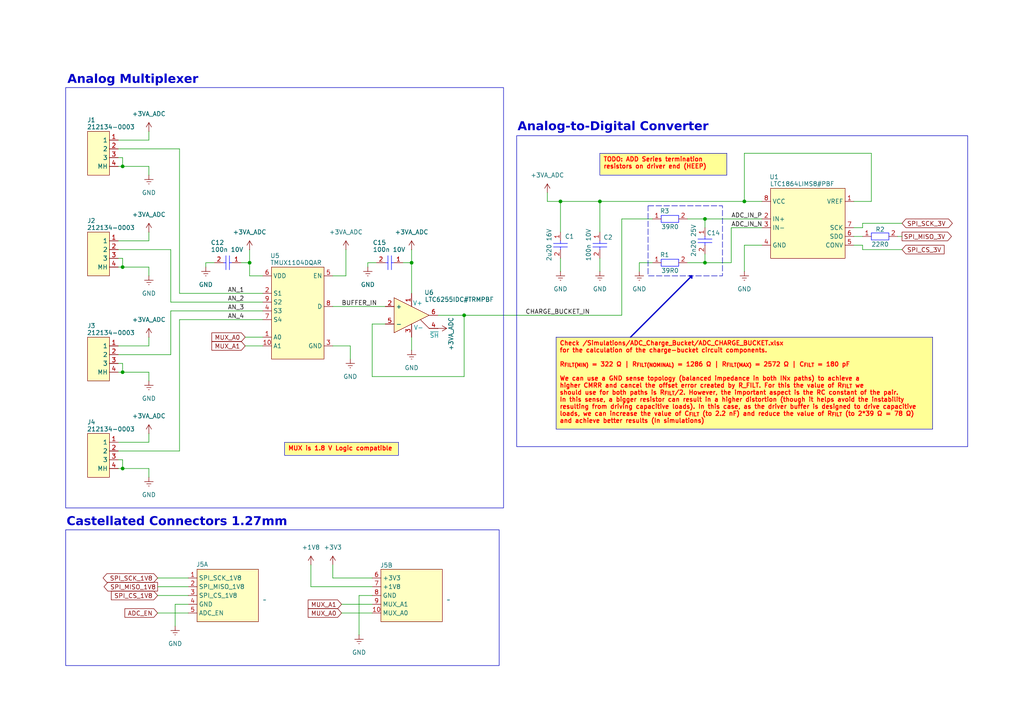
<source format=kicad_sch>
(kicad_sch (version 20231120) (generator "eeschema") (generator_version "8.0")
  (paper "A4")
  (title_block (title "[2] ADC & Multiplexer") (rev "1.0") (company "Embedded Systems Laboratory - EPFL") (comment 1 "Author: José Angel Miranda Calero") (comment 2 "Author: Juan Sapriza") (comment 3 "Author: Alejandro López Rodriguez"))
  (lib_symbols
    (symbol "X-MODs_SchLib:212134-0003"
      (property "Reference" "J" (at -0.254 3.302 0))
      (property "Value" " 212134-0003 " (at -1.27 1.27 0))
      (symbol "212134-0003_1_1"
        (rectangle (start 0 0) (end 6.35 -12.7) (stroke (width 0) (color 128 0 0 1)) (fill (type background)))
        (pin passive line (at -2.54 -2.54 0) (length 2.54) (name "1") (number "1"))
        (pin passive line (at -2.54 -5.08 0) (length 2.54) (name "2") (number "2"))
        (pin passive line (at -2.54 -7.62 0) (length 2.54) (name "3") (number "3"))
        (pin passive line (at -2.54 -10.16 0) (length 2.54) (name "MH") (number "4"))
      )
    )
    (symbol "X-MODs_SchLib:ADC_Board_Castellated_Conn_1.27mm" (in_bom no)
      (property "Reference" "J" (at 0.508 1.778 0))
      (symbol "ADC_Board_Castellated_Conn_1.27mm_1_1"
        (rectangle (start 0 0) (end 17.78 -15.24) (stroke (width 0) (color 128 0 0 1)) (fill (type background)))
        (pin passive line (at -2.54 -2.54 0) (length 2.54) (name "SPI_SCK_1V8") (number "1"))
        (pin passive line (at -2.54 -5.08 0) (length 2.54) (name "SPI_MISO_1V8") (number "2"))
        (pin passive line (at -2.54 -7.62 0) (length 2.54) (name "SPI_CS_1V8") (number "3"))
        (pin passive line (at -2.54 -10.16 0) (length 2.54) (name "GND") (number "4"))
        (pin passive line (at -2.54 -12.7 0) (length 2.54) (name "ADC_EN") (number "5"))
      )
      (symbol "ADC_Board_Castellated_Conn_1.27mm_2_1"
        (rectangle (start 0 0) (end 17.78 -15.24) (stroke (width 0) (color 128 0 0 1)) (fill (type background)))
        (pin passive line (at -2.54 -12.7 0) (length 2.54) (name "MUX_A0") (number "10"))
        (pin passive line (at -2.54 -2.54 0) (length 2.54) (name "+3V3") (number "6"))
        (pin passive line (at -2.54 -5.08 0) (length 2.54) (name "+1V8") (number "7"))
        (pin passive line (at -2.54 -7.62 0) (length 2.54) (name "GND") (number "8"))
        (pin passive line (at -2.54 -10.16 0) (length 2.54) (name "MUX_A1") (number "9"))
      )
    )
    (symbol "X-MODs_SchLib:C0402C222F3GACTU"
      (property "Reference" "C" (at -4.064 5.588 0))
      (property "Value" "2n20 25V" (at -4.064 3.302 0))
      (symbol "C0402C222F3GACTU_1_1"
        (polyline (pts (xy -1.27 0) (xy -0.508 0)) (stroke (width 0) (color 0 0 255 1)))
        (polyline (pts (xy -0.508 2.032) (xy -0.508 -2.032)) (stroke (width 0) (color 0 0 255 1)))
        (polyline (pts (xy 0.508 2.032) (xy 0.508 -2.032)) (stroke (width 0) (color 0 0 255 1)))
        (polyline (pts (xy 1.27 0) (xy 0.508 0)) (stroke (width 0) (color 0 0 255 1)))
        (pin passive line (at -3.81 0 0) (length 2.54) (name "") (number "1"))
        (pin passive line (at 3.81 0 180) (length 2.54) (name "") (number "2"))
      )
    )
    (symbol "X-MODs_SchLib:CRCW040222R0FKED"
      (property "Reference" "R" (at -4.064 5.588 0))
      (property "Value" "22R0" (at -4.064 3.302 0))
      (symbol "CRCW040222R0FKED_0_1"
        (rectangle (start -2.54 1.016) (end 2.54 -1.016) (stroke (width 0) (color 0 0 255 1)))
      )
      (symbol "CRCW040222R0FKED_1_1"
        (pin passive line (at -5.08 0 0) (length 2.54) (name "") (number "1"))
        (pin passive line (at 5.08 0 180) (length 2.54) (name "") (number "2"))
      )
    )
    (symbol "X-MODs_SchLib:GRM155R61C225KE44D"
      (property "Reference" "C" (at -4.064 5.588 0))
      (property "Value" "2u20 16V" (at -4.064 3.302 0))
      (symbol "GRM155R61C225KE44D_1_1"
        (polyline (pts (xy -1.27 0) (xy -0.508 0)) (stroke (width 0) (color 0 0 255 1)))
        (polyline (pts (xy -0.508 2.032) (xy -0.508 -2.032)) (stroke (width 0) (color 0 0 255 1)))
        (polyline (pts (xy 0.508 2.032) (xy 0.508 -2.032)) (stroke (width 0) (color 0 0 255 1)))
        (polyline (pts (xy 1.27 0) (xy 0.508 0)) (stroke (width 0) (color 0 0 255 1)))
        (pin passive line (at -3.81 0 0) (length 2.54) (name "") (number "1"))
        (pin passive line (at 3.81 0 180) (length 2.54) (name "") (number "2"))
      )
    )
    (symbol "X-MODs_SchLib:GRM155R71A104JA01D"
      (property "Reference" "C" (at -4.826 5.588 0))
      (property "Value" "100n 10V" (at -4.826 3.302 0))
      (symbol "GRM155R71A104JA01D_1_1"
        (polyline (pts (xy -1.27 0) (xy -0.508 0)) (stroke (width 0) (color 0 0 255 1)))
        (polyline (pts (xy -0.508 2.032) (xy -0.508 -2.032)) (stroke (width 0) (color 0 0 255 1)))
        (polyline (pts (xy 0.508 2.032) (xy 0.508 -2.032)) (stroke (width 0) (color 0 0 255 1)))
        (polyline (pts (xy 1.27 0) (xy 0.508 0)) (stroke (width 0) (color 0 0 255 1)))
        (pin passive line (at -3.81 0 0) (length 2.54) (name "") (number "1"))
        (pin passive line (at 3.81 0 180) (length 2.54) (name "") (number "2"))
      )
    )
    (symbol "X-MODs_SchLib:LTC1864LIMS8#PBF"
      (property "Reference" "U" (at -0.254 2.794 0))
      (property "Value" "LTC1864LIMS8#PBF" (at -0.254 1.016 0))
      (symbol "LTC1864LIMS8#PBF_0_1"
        (rectangle (start 0 0) (end 21.59 -20.32) (stroke (width 0) (color 128 0 0 1)) (fill (type background)))
      )
      (symbol "LTC1864LIMS8#PBF_1_1"
        (pin passive line (at 24.13 -3.81 180) (length 2.54) (name "VREF") (number "1"))
        (pin passive line (at -2.54 -8.89 0) (length 2.54) (name "IN+") (number "2"))
        (pin passive line (at -2.54 -11.43 0) (length 2.54) (name "IN-") (number "3"))
        (pin passive line (at -2.54 -16.51 0) (length 2.54) (name "GND") (number "4"))
        (pin passive line (at 24.13 -16.51 180) (length 2.54) (name "CONV") (number "5"))
        (pin passive line (at 24.13 -13.97 180) (length 2.54) (name "SDO") (number "6"))
        (pin passive line (at 24.13 -11.43 180) (length 2.54) (name "SCK") (number "7"))
        (pin passive line (at -2.54 -3.81 0) (length 2.54) (name "VCC") (number "8"))
      )
    )
    (symbol "X-MODs_SchLib:LTC6255IDC#TRMPBF"
      (property "Reference" "U" (at 7.366 -12.7 0))
      (property "Value" "LTC6255IDC#TRMPBF" (at 6.604 -14.478 0))
      (symbol "LTC6255IDC#TRMPBF_0_1"
        (polyline (pts (xy 0 0) (xy 0 -10.16) (xy 10.16 -5.08) (xy 0 0)) (fill (type background)))
      )
      (symbol "LTC6255IDC#TRMPBF_1_1"
        (polyline (pts (xy 10.16 -8.89) (xy 7.62 -6.35)))
        (text "V+" (at 6.858 -1.524 0) (effects (font (size 1.27 1.27))))
        (text "V-" (at 7.112 -8.636 0) (effects (font (size 1.27 1.27))))
        (text "~{SH}" (at 11.684 -10.922 0) (effects (font (size 1.27 1.27))))
        (pin power_in line (at 5.08 1.27 270) (length 3.81) (name "V+") (number "1"))
        (pin input line (at -2.54 -2.54 0) (length 2.54) (name "+") (number "2"))
        (pin power_in line (at 5.08 -11.43 90) (length 3.81) (name "V-") (number "3"))
        (pin output line (at 12.7 -8.89 180) (length 2.54) (name "~{SH}") (number "4"))
        (pin input line (at -2.54 -7.62 0) (length 2.54) (name "-") (number "5"))
        (pin output line (at 12.7 -5.08 180) (length 2.54) (name "VOUT") (number "6"))
      )
    )
    (symbol "X-MODs_SchLib:RT0402BRD0739RL "
      (property "Reference" "R" (at -4.064 5.588 0))
      (property "Value" "39R0" (at -4.064 3.302 0))
      (symbol "RT0402BRD0739RL _0_1"
        (rectangle (start -2.54 1.016) (end 2.54 -1.016) (stroke (width 0) (color 0 0 255 1)))
      )
      (symbol "RT0402BRD0739RL _1_1"
        (pin passive line (at -5.08 0 0) (length 2.54) (name "") (number "1"))
        (pin passive line (at 5.08 0 180) (length 2.54) (name "") (number "2"))
      )
    )
    (symbol "X-MODs_SchLib:TMUX1104DQAR"
      (property "Reference" "U" (at -0.254 2.794 0))
      (property "Value" "TMUX1104DQAR " (at -0.254 1.016 0))
      (symbol "TMUX1104DQAR_0_1"
        (rectangle (start 0 0) (end 15.24 -26.67) (stroke (width 0) (color 128 0 0 1)) (fill (type background)))
      )
      (symbol "TMUX1104DQAR_1_1"
        (pin passive line (at -2.54 -20.32 0) (length 2.54) (name "A0") (number "1"))
        (pin passive line (at -2.54 -22.86 0) (length 2.54) (name "A1") (number "10"))
        (pin passive line (at -2.54 -7.62 0) (length 2.54) (name "S1") (number "2"))
        (pin passive line (at 17.78 -22.86 180) (length 2.54) (name "GND") (number "3"))
        (pin passive line (at -2.54 -12.7 0) (length 2.54) (name "S3") (number "4"))
        (pin passive line (at 17.78 -2.54 180) (length 2.54) (name "EN") (number "5"))
        (pin passive line (at -2.54 -2.54 0) (length 2.54) (name "VDD") (number "6"))
        (pin passive line (at -2.54 -15.24 0) (length 2.54) (name "S4") (number "7"))
        (pin passive line (at 17.78 -11.43 180) (length 2.54) (name "D") (number "8"))
        (pin passive line (at -2.54 -10.16 0) (length 2.54) (name "S2") (number "9"))
      )
    )
    (symbol "power:+3.3VA" (power) (pin_numbers hide) (pin_names (offset 0) hide)
      (property "Value" "+3.3VA" (at 0 3.556 0))
      (symbol "+3.3VA_0_1"
        (polyline (pts (xy -0.762 1.27) (xy 0 2.54)))
        (polyline (pts (xy 0 0) (xy 0 2.54)))
        (polyline (pts (xy 0 2.54) (xy 0.762 1.27)))
      )
      (symbol "+3.3VA_1_1"
        (pin power_in line (at 0 0 90) (length 0) (name "~") (number "1"))
      )
    )
    (symbol "power:Earth" (power) (pin_numbers hide) (pin_names (offset 0) hide)
      (property "Value" "Earth" (at 0 -3.81 0))
      (symbol "Earth_0_1"
        (polyline (pts (xy -0.635 -1.905) (xy 0.635 -1.905)))
        (polyline (pts (xy -0.127 -2.54) (xy 0.127 -2.54)))
        (polyline (pts (xy 0 -1.27) (xy 0 0)))
        (polyline (pts (xy 1.27 -1.27) (xy -1.27 -1.27)))
      )
      (symbol "Earth_1_1"
        (pin power_in line (at 0 0 270) (length 0) (name "~") (number "1"))
      )
    )
  )
  (junction (at 204.47 76.2))
  (junction (at 204.47 63.5))
  (junction (at 215.9 58.42))
  (junction (at 35.56 135.89))
  (junction (at 35.56 77.47))
  (junction (at 72.39 76.2))
  (junction (at 35.56 107.95))
  (junction (at 134.62 91.44))
  (junction (at 162.56 58.42))
  (junction (at 119.38 76.2))
  (junction (at 173.99 58.42))
  (junction (at 35.56 48.26))
  (wire (pts (xy 43.18 48.26) (xy 43.18 50.8)))
  (wire (pts (xy 173.99 58.42) (xy 215.9 58.42)))
  (wire (pts (xy 220.98 71.12) (xy 215.9 71.12)))
  (wire (pts (xy 173.99 74.93) (xy 173.99 78.74)))
  (wire (pts (xy 34.29 45.72) (xy 35.56 45.72)))
  (wire (pts (xy 52.07 85.09) (xy 76.2 85.09)))
  (wire (pts (xy 204.47 73.66) (xy 204.47 76.2)))
  (wire (pts (xy 35.56 74.93) (xy 35.56 77.47)))
  (wire (pts (xy 71.12 100.33) (xy 76.2 100.33)))
  (wire (pts (xy 215.9 71.12) (xy 215.9 78.74)))
  (wire (pts (xy 43.18 69.85) (xy 34.29 69.85)))
  (wire (pts (xy 189.23 63.5) (xy 180.34 63.5)))
  (wire (pts (xy 34.29 72.39) (xy 49.53 72.39)))
  (wire (pts (xy 247.65 58.42) (xy 252.73 58.42)))
  (polyline (pts (xy 200.025 80.01) (xy 200.66 80.645)) (stroke (width 0.381)))
  (wire (pts (xy 96.52 167.64) (xy 96.52 163.83)))
  (wire (pts (xy 34.29 135.89) (xy 35.56 135.89)))
  (wire (pts (xy 107.95 167.64) (xy 96.52 167.64)))
  (wire (pts (xy 49.53 90.17) (xy 76.2 90.17)))
  (wire (pts (xy 119.38 76.2) (xy 119.38 85.09)))
  (wire (pts (xy 35.56 77.47) (xy 43.18 77.47)))
  (wire (pts (xy 250.19 71.12) (xy 247.65 71.12)))
  (wire (pts (xy 252.73 58.42) (xy 252.73 44.45)))
  (polyline (pts (xy 200.66 80.01) (xy 200.66 80.645)) (stroke (width 0.381)))
  (wire (pts (xy 204.47 76.2) (xy 212.09 76.2)))
  (wire (pts (xy 107.95 93.98) (xy 107.95 109.22)))
  (wire (pts (xy 59.69 76.2) (xy 62.23 76.2)))
  (wire (pts (xy 59.69 77.47) (xy 59.69 76.2)))
  (wire (pts (xy 162.56 74.93) (xy 162.56 78.74)))
  (wire (pts (xy 100.33 80.01) (xy 100.33 72.39)))
  (wire (pts (xy 189.23 76.2) (xy 185.42 76.2)))
  (wire (pts (xy 252.73 44.45) (xy 215.9 44.45)))
  (wire (pts (xy 35.56 133.35) (xy 35.56 135.89)))
  (wire (pts (xy 45.72 170.18) (xy 54.61 170.18)))
  (wire (pts (xy 35.56 105.41) (xy 35.56 107.95)))
  (wire (pts (xy 134.62 109.22) (xy 134.62 91.44)))
  (wire (pts (xy 107.95 172.72) (xy 104.14 172.72)))
  (wire (pts (xy 43.18 125.73) (xy 43.18 128.27)))
  (wire (pts (xy 199.39 76.2) (xy 204.47 76.2)))
  (wire (pts (xy 71.12 97.79) (xy 76.2 97.79)))
  (wire (pts (xy 99.06 175.26) (xy 107.95 175.26)))
  (wire (pts (xy 250.19 64.77) (xy 261.62 64.77)))
  (wire (pts (xy 212.09 66.04) (xy 212.09 76.2)))
  (polyline (pts (xy 182.88 97.79) (xy 200.66 80.01)) (stroke (width 0.381)))
  (wire (pts (xy 96.52 88.9) (xy 111.76 88.9)))
  (wire (pts (xy 104.14 172.72) (xy 104.14 184.15)))
  (wire (pts (xy 43.18 97.79) (xy 43.18 100.33)))
  (wire (pts (xy 180.34 63.5) (xy 180.34 91.44)))
  (wire (pts (xy 35.56 135.89) (xy 43.18 135.89)))
  (wire (pts (xy 34.29 48.26) (xy 35.56 48.26)))
  (wire (pts (xy 162.56 58.42) (xy 162.56 67.31)))
  (wire (pts (xy 158.75 58.42) (xy 162.56 58.42)))
  (wire (pts (xy 49.53 87.63) (xy 76.2 87.63)))
  (wire (pts (xy 111.76 93.98) (xy 107.95 93.98)))
  (wire (pts (xy 72.39 72.39) (xy 72.39 76.2)))
  (wire (pts (xy 96.52 80.01) (xy 100.33 80.01)))
  (wire (pts (xy 204.47 63.5) (xy 220.98 63.5)))
  (wire (pts (xy 35.56 45.72) (xy 35.56 48.26)))
  (wire (pts (xy 52.07 43.18) (xy 52.07 85.09)))
  (wire (pts (xy 119.38 72.39) (xy 119.38 76.2)))
  (wire (pts (xy 116.84 76.2) (xy 119.38 76.2)))
  (wire (pts (xy 250.19 66.04) (xy 247.65 66.04)))
  (wire (pts (xy 45.72 172.72) (xy 54.61 172.72)))
  (wire (pts (xy 52.07 130.81) (xy 52.07 92.71)))
  (wire (pts (xy 49.53 102.87) (xy 49.53 90.17)))
  (wire (pts (xy 215.9 44.45) (xy 215.9 58.42)))
  (wire (pts (xy 34.29 102.87) (xy 49.53 102.87)))
  (wire (pts (xy 49.53 72.39) (xy 49.53 87.63)))
  (wire (pts (xy 134.62 91.44) (xy 180.34 91.44)))
  (wire (pts (xy 43.18 100.33) (xy 34.29 100.33)))
  (wire (pts (xy 34.29 107.95) (xy 35.56 107.95)))
  (polyline (pts (xy 200.66 80.01) (xy 200.025 80.01)) (stroke (width 0.381)))
  (wire (pts (xy 43.18 40.64) (xy 34.29 40.64)))
  (wire (pts (xy 69.85 76.2) (xy 72.39 76.2)))
  (wire (pts (xy 106.68 76.2) (xy 109.22 76.2)))
  (wire (pts (xy 215.9 58.42) (xy 220.98 58.42)))
  (wire (pts (xy 34.29 43.18) (xy 52.07 43.18)))
  (wire (pts (xy 43.18 135.89) (xy 43.18 138.43)))
  (wire (pts (xy 162.56 58.42) (xy 173.99 58.42)))
  (wire (pts (xy 52.07 92.71) (xy 76.2 92.71)))
  (wire (pts (xy 43.18 38.1) (xy 43.18 40.64)))
  (wire (pts (xy 43.18 107.95) (xy 43.18 110.49)))
  (wire (pts (xy 90.17 163.83) (xy 90.17 170.18)))
  (wire (pts (xy 199.39 63.5) (xy 204.47 63.5)))
  (wire (pts (xy 72.39 80.01) (xy 76.2 80.01)))
  (wire (pts (xy 45.72 177.8) (xy 54.61 177.8)))
  (wire (pts (xy 50.8 175.26) (xy 54.61 175.26)))
  (wire (pts (xy 34.29 133.35) (xy 35.56 133.35)))
  (wire (pts (xy 212.09 66.04) (xy 220.98 66.04)))
  (wire (pts (xy 106.68 77.47) (xy 106.68 76.2)))
  (wire (pts (xy 247.65 68.58) (xy 250.19 68.58)))
  (wire (pts (xy 96.52 100.33) (xy 101.6 100.33)))
  (wire (pts (xy 185.42 76.2) (xy 185.42 78.74)))
  (wire (pts (xy 158.75 58.42) (xy 158.75 55.88)))
  (wire (pts (xy 43.18 67.31) (xy 43.18 69.85)))
  (wire (pts (xy 99.06 177.8) (xy 107.95 177.8)))
  (wire (pts (xy 43.18 77.47) (xy 43.18 80.01)))
  (wire (pts (xy 173.99 67.31) (xy 173.99 58.42)))
  (wire (pts (xy 107.95 170.18) (xy 90.17 170.18)))
  (wire (pts (xy 50.8 181.61) (xy 50.8 175.26)))
  (wire (pts (xy 250.19 72.39) (xy 261.62 72.39)))
  (wire (pts (xy 34.29 77.47) (xy 35.56 77.47)))
  (wire (pts (xy 250.19 64.77) (xy 250.19 66.04)))
  (wire (pts (xy 119.38 97.79) (xy 119.38 101.6)))
  (wire (pts (xy 43.18 128.27) (xy 34.29 128.27)))
  (wire (pts (xy 45.72 167.64) (xy 54.61 167.64)))
  (wire (pts (xy 127 91.44) (xy 134.62 91.44)))
  (wire (pts (xy 34.29 74.93) (xy 35.56 74.93)))
  (wire (pts (xy 34.29 130.81) (xy 52.07 130.81)))
  (wire (pts (xy 72.39 76.2) (xy 72.39 80.01)))
  (wire (pts (xy 101.6 100.33) (xy 101.6 104.14)))
  (wire (pts (xy 261.62 68.58) (xy 260.35 68.58)))
  (wire (pts (xy 107.95 109.22) (xy 134.62 109.22)))
  (wire (pts (xy 35.56 107.95) (xy 43.18 107.95)))
  (wire (pts (xy 35.56 48.26) (xy 43.18 48.26)))
  (wire (pts (xy 250.19 72.39) (xy 250.19 71.12)))
  (wire (pts (xy 34.29 105.41) (xy 35.56 105.41)))
  (wire (pts (xy 204.47 63.5) (xy 204.47 66.04)))
  (rectangle (start 149.86 39.37) (end 280.67 129.54))
  (rectangle (start 19.05 25.4) (end 146.05 147.32))
  (rectangle (start 19.05 153.67) (end 144.78 193.04))
  (rectangle (start 187.96 59.69) (end 209.55 80.01) (stroke (width 0) (type dash)))
  (text_box "MUX is 1.8 V Logic compatible" (at 82.55 128.27 0) (size 33.02 3.81) (fill (type color) (color 255 255 150 1)) (effects (font (size 1.27 1.27) (thickness 0.254) (bold yes)) (justify left top)))
  (text_box "Check /Simulations/ADC_Charge_Bucket/ADC_CHARGE_BUCKET.xlsx \nfor the calculation of the charge-bucket circuit components.\n\nR_{FILT(MIN)} = 322 Ω | R_{FILT(NOMINAL)} = 1286 Ω | R_{FILT(MAX)} = 2572 Ω | C_{FILT} = 180 pF\n\nWe can use a GND sense topology (balanced impedance in both INx paths) to achieve a \nhigher CMRR and cancel the offset error created by R_FILT. For this the value of R_{FILT} we\nshould use for both paths is R_{FILT}/2. However, the important aspect is the RC constant of the pair.\nIn this sense, a bigger resistor can result in a higher distortion (though it helps avoid the instability\nresulting from driving capacitive loads). In this case, as the driver buffer is designed to drive capacitive\nloads, we can increase the value of C_{FILT} (to 2.2 nF) and reduce the value of R_{FILT} (to 2*39 Ω = 78 Ω)\nand achieve better results (In simulations)" (at 161.29 97.79 0) (size 109.22 26.67) (fill (type color) (color 255 255 150 1)) (effects (font (size 1.27 1.27) (thickness 0.254) (bold yes)) (justify left top)))
  (text_box "TODO: ADD Series termination resistors on driver end (HEEP)" (at 173.99 44.45 0) (size 36.83 6.35) (fill (type color) (color 255 255 150 1)) (effects (font (size 1.27 1.27) (thickness 0.254) (bold yes)) (justify left top)))
  (text "Castellated Connectors 1.27mm" (at 19.304 152.146 0) (effects (font (size 2.54 2.54) (thickness 0.254) (bold yes) (italic yes)) (justify left)))
  (text "Analog-to-Digital Converter" (at 150.114 37.592 0) (effects (font (size 2.54 2.54) (thickness 0.254) (bold yes) (italic yes)) (justify left)))
  (text "Analog Multiplexer" (at 19.558 23.876 0) (effects (font (size 2.54 2.54) (thickness 0.254) (bold yes) (italic yes)) (justify left)))
  (label "CHARGE_BUCKET_IN" (at 152.4 91.44 0))
  (label "ADC_IN_N" (at 212.09 66.04 0))
  (label "BUFFER_IN" (at 99.06 88.9 0))
  (label "AN_1" (at 66.04 85.09 0))
  (label "AN_3" (at 66.04 90.17 0))
  (label "ADC_IN_P" (at 212.09 63.5 0))
  (label "AN_2" (at 66.04 87.63 0))
  (label "AN_4" (at 66.04 92.71 0))
  (global_label "MUX_A1" (shape input) (at 99.06 175.26 180) (property "Intersheetrefs" "${INTERSHEET_REFS}" (effects (hide yes))))
  (global_label "MUX_A1" (shape input) (at 71.12 100.33 180) (property "Intersheetrefs" "${INTERSHEET_REFS}" (effects (hide yes))))
  (global_label "SPI_MISO_1V8" (shape output) (at 45.72 170.18 180) (property "Intersheetrefs" "${INTERSHEET_REFS}" (effects (hide yes))))
  (global_label "ADC_EN" (shape input) (at 45.72 177.8 180) (property "Intersheetrefs" "${INTERSHEET_REFS}" (effects (hide yes))))
  (global_label "SPI_CS_1V8" (shape input) (at 45.72 172.72 180) (property "Intersheetrefs" "${INTERSHEET_REFS}" (effects (hide yes))))
  (global_label "MUX_A0" (shape input) (at 99.06 177.8 180) (property "Intersheetrefs" "${INTERSHEET_REFS}" (effects (hide yes))))
  (global_label "SPI_CS_3V" (shape input) (at 261.62 72.39 0) (property "Intersheetrefs" "${INTERSHEET_REFS}" (effects (hide yes))))
  (global_label "SPI_SCK_1V8" (shape bidirectional) (at 45.72 167.64 180) (property "Intersheetrefs" "${INTERSHEET_REFS}" (effects (hide yes))))
  (global_label "SPI_SCK_3V" (shape bidirectional) (at 261.62 64.77 0) (property "Intersheetrefs" "${INTERSHEET_REFS}" (effects (hide yes))))
  (global_label "SPI_MISO_3V" (shape output) (at 261.62 68.58 0) (property "Intersheetrefs" "${INTERSHEET_REFS}" (effects (hide yes))))
  (global_label "MUX_A0" (shape input) (at 71.12 97.79 180) (property "Intersheetrefs" "${INTERSHEET_REFS}" (effects (hide yes))))
  (symbol (lib_id "power:Earth") (at 119.38 101.6 0) (unit 1)
    (property "Reference" "#PWR047" (effects (hide yes)))
    (property "Value" "GND" (at 119.38 106.68 0))
    (property "Description" "Power symbol creates a global label with name \"Earth\"" (effects (hide yes)))
  )
  (symbol (lib_id "X-MODs_SchLib:RT0402BRD0739RL ") (at 194.31 76.2 0) (unit 1)
    (property "Reference" "R1" (at 192.786 73.914 0))
    (property "Value" "39R0" (at 191.77 78.486 0) (effects (justify left)))
    (property "Footprint" "X-MODs_PcbLib:R0402" (effects (hide yes)))
    (property "Datasheet" "https://www.mouser.mx/datasheet/2/447/PYu_RT_1_to_0_01_RoHS_L_15-3461507.pdf" (effects (hide yes)))
    (property "Description" "Thin Film Resistors - SMD 1/16W 39 ohm .1% 25ppm" (effects (hide yes)))
    (property "MPN" "RT0402BRD0739RL " (effects (hide yes)))
  )
  (symbol (lib_id "X-MODs_SchLib:C0402C222F3GACTU") (at 204.47 69.85 270) (unit 1)
    (property "Reference" "C14" (at 204.978 67.5639 90) (effects (justify left)))
    (property "Value" "2n20 25V" (at 201.168 65.024 0) (effects (justify left)))
    (property "Footprint" "X-MODs_PcbLib:C0402" (effects (hide yes)))
    (property "Datasheet" "https://www.mouser.mx/datasheet/2/447/KEM_C1003_C0G_SMD-3316496.pdf" (effects (hide yes)))
    (property "Description" "Multilayer Ceramic Capacitors MLCC - SMD/SMT 25V 2200pF C0G 0402 1%" (effects (hide yes)))
    (property "MPN" " C0402C222F3GACTU " (effects (hide yes)))
  )
  (symbol (lib_id "power:Earth") (at 162.56 78.74 0) (unit 1)
    (property "Reference" "#PWR02" (effects (hide yes)))
    (property "Value" "GND" (at 162.56 83.82 0))
    (property "Description" "Power symbol creates a global label with name \"Earth\"" (effects (hide yes)))
  )
  (symbol (lib_id "X-MODs_SchLib:RT0402BRD0739RL ") (at 194.31 63.5 0) (unit 1)
    (property "Reference" "R3" (at 192.786 61.214 0))
    (property "Value" "39R0" (at 191.77 65.786 0) (effects (justify left)))
    (property "Footprint" "X-MODs_PcbLib:R0402" (effects (hide yes)))
    (property "Datasheet" "https://www.mouser.mx/datasheet/2/447/PYu_RT_1_to_0_01_RoHS_L_15-3461507.pdf" (effects (hide yes)))
    (property "Description" "Thin Film Resistors - SMD 1/16W 39 ohm .1% 25ppm" (effects (hide yes)))
    (property "MPN" "RT0402BRD0739RL " (effects (hide yes)))
  )
  (symbol (lib_id "X-MODs_SchLib:TMUX1104DQAR") (at 78.74 77.47 0) (unit 1)
    (property "Reference" "U5" (at 79.756 74.168 0))
    (property "Value" "TMUX1104DQAR" (at 85.852 76.2 0))
    (property "Footprint" "X-MODs_PcbLib:USON-10_1x2.5mm" (effects (hide yes)))
    (property "Datasheet" "https://www.mouser.es/datasheet/2/609/MAX5417_MAX5419-3470280.pdf" (effects (hide yes)))
    (property "Description" "Multiplexer Switch ICs 3-pA on-state leakage current, 5-V, 4:1, 1-channel precision multiplexer 10-USON -40 to 125" (effects (hide yes)))
    (property "MPN" "TMUX1104DQAR " (effects (hide yes)))
  )
  (symbol (lib_id "power:Earth") (at 59.69 77.47 0) (unit 1)
    (property "Reference" "#PWR030" (effects (hide yes)))
    (property "Value" "GND" (at 59.69 82.55 0))
    (property "Description" "Power symbol creates a global label with name \"Earth\"" (effects (hide yes)))
  )
  (symbol (lib_id "X-MODs_SchLib:CRCW040222R0FKED") (at 255.27 68.58 0) (unit 1)
    (property "Reference" "R2" (at 255.27 66.548 0))
    (property "Value" "22R0" (at 255.27 70.866 0))
    (property "Footprint" "X-MODs_PcbLib:R0402" (effects (hide yes)))
    (property "Datasheet" "https://www.vishay.com/docs/20035/dcrcwe3.pdf" (effects (hide yes)))
    (property "Description" "Thick Film Resistors 1/16watt 22ohms 1%" (effects (hide yes)))
    (property "MPN" "CRCW040222R0FKED" (effects (hide yes)))
  )
  (symbol (lib_id "power:Earth") (at 173.99 78.74 0) (unit 1)
    (property "Reference" "#PWR03" (effects (hide yes)))
    (property "Value" "GND" (at 173.99 83.82 0))
    (property "Description" "Power symbol creates a global label with name \"Earth\"" (effects (hide yes)))
  )
  (symbol (lib_id "power:+3.3VA") (at 96.52 163.83 0) (unit 1)
    (property "Reference" "#PWR043" (effects (hide yes)))
    (property "Value" "+3V3" (at 96.52 158.75 0))
    (property "Description" "Power symbol creates a global label with name \"+3.3VA\"" (effects (hide yes)))
  )
  (symbol (lib_id "X-MODs_SchLib:LTC6255IDC#TRMPBF") (at 114.3 86.36 0) (unit 1)
    (property "Reference" "U6" (at 123.0631 84.836 0) (effects (justify left)))
    (property "Value" "LTC6255IDC#TRMPBF" (at 123.19 86.868 0) (effects (justify left)))
    (property "Footprint" "X-MODs_PcbLib:DFN-6" (effects (hide yes)))
    (property "Datasheet" "https://www.mouser.es/datasheet/2/609/LTC6255_6256_6257-1716230.pdf" (effects (hide yes)))
    (property "Description" "Precision Amplifiers 6.5MHz, 65uA Pwr Eff R2R I/O Op Amps" (effects (hide yes)))
    (property "MPN" "LTC6255IDC#TRMPBF" (effects (hide yes)))
  )
  (symbol (lib_id "X-MODs_SchLib:GRM155R61C225KE44D") (at 162.56 71.12 270) (unit 1)
    (property "Reference" "C1" (at 163.83 68.58 90) (effects (justify left)))
    (property "Value" "2u20 16V" (at 159.258 66.294 0) (effects (justify left)))
    (property "Footprint" "X-MODs_PcbLib:C0402" (effects (hide yes)))
    (property "Datasheet" "https://www.mouser.es/datasheet/2/281/1/GRM155R61C225KE44_01A-1983850.pdf" (effects (hide yes)))
    (property "Description" "Multilayer Ceramic Capacitors MLCC - SMD/SMT 2.2 uF 16 VDC 10% 0402 X5R" (effects (hide yes)))
    (property "MPN" "GRM155R61C225KE44D" (effects (hide yes)))
  )
  (symbol (lib_id "X-MODs_SchLib:GRM155R71A104JA01D") (at 173.99 71.12 270) (unit 1)
    (property "Reference" "C2" (at 175.006 68.834 90) (effects (justify left)))
    (property "Value" "100n 10V" (at 170.688 66.294 0) (effects (justify left)))
    (property "Footprint" "X-MODs_PcbLib:C0402" (effects (hide yes)))
    (property "Datasheet" "https://www.mouser.es/datasheet/2/281/1/GRM155R71A104JA01_01A-1984196.pdf" (effects (hide yes)))
    (property "Description" "Multilayer Ceramic Capacitors MLCC - SMD/SMT 0.1 uF 10 VDC 5% 0402 X7R" (effects (hide yes)))
    (property "MPN" "GRM155R71A104JA01D" (effects (hide yes)))
  )
  (symbol (lib_id "power:Earth") (at 104.14 184.15 0) (unit 1)
    (property "Reference" "#PWR045" (effects (hide yes)))
    (property "Value" "GND" (at 104.14 189.23 0))
    (property "Description" "Power symbol creates a global label with name \"Earth\"" (effects (hide yes)))
  )
  (symbol (lib_id "power:Earth") (at 101.6 104.14 0) (unit 1)
    (property "Reference" "#PWR032" (effects (hide yes)))
    (property "Value" "GND" (at 101.6 109.22 0))
    (property "Description" "Power symbol creates a global label with name \"Earth\"" (effects (hide yes)))
  )
  (symbol (lib_id "power:+3.3VA") (at 43.18 67.31 0) (unit 1)
    (property "Reference" "#PWR036" (effects (hide yes)))
    (property "Value" "+3VA_ADC" (at 43.18 62.23 0))
    (property "Description" "Power symbol creates a global label with name \"+3.3VA\"" (effects (hide yes)))
  )
  (symbol (lib_id "power:Earth") (at 50.8 181.61 0) (unit 1)
    (property "Reference" "#PWR046" (effects (hide yes)))
    (property "Value" "GND" (at 50.8 186.69 0))
    (property "Description" "Power symbol creates a global label with name \"Earth\"" (effects (hide yes)))
  )
  (symbol (lib_id "X-MODs_SchLib:GRM155R71A104JA01D") (at 66.04 76.2 180) (unit 1)
    (property "Reference" "C12" (at 65.024 70.358 0) (effects (justify left)))
    (property "Value" "100n 10V" (at 70.612 72.39 0) (effects (justify left)))
    (property "Footprint" "X-MODs_PcbLib:C0402" (effects (hide yes)))
    (property "Datasheet" "https://www.mouser.es/datasheet/2/281/1/GRM155R71A104JA01_01A-1984196.pdf" (effects (hide yes)))
    (property "Description" "Multilayer Ceramic Capacitors MLCC - SMD/SMT 0.1 uF 10 VDC 5% 0402 X7R" (effects (hide yes)))
    (property "MPN" "GRM155R71A104JA01D" (effects (hide yes)))
  )
  (symbol (lib_id "power:Earth") (at 43.18 80.01 0) (unit 1)
    (property "Reference" "#PWR037" (effects (hide yes)))
    (property "Value" "GND" (at 43.18 85.09 0))
    (property "Description" "Power symbol creates a global label with name \"Earth\"" (effects (hide yes)))
  )
  (symbol (lib_id "X-MODs_SchLib:212134-0003") (at 31.75 125.73 0) (mirror y) (unit 1)
    (property "Reference" "J4" (at 27.686 122.4279 0) (effects (justify left)))
    (property "Value" "212134-0003" (at 39.116 124.4599 0) (effects (justify left)))
    (property "Footprint" "X-MODs_PcbLib:2121340003" (effects (hide yes)))
    (property "Datasheet" "https://www.molex.com/en-us/products/part-detail/2121340003?display=pdf" (effects (hide yes)))
    (property "Description" "Headers & Wire Housings Pico-EZMate Plus1.0 PlugAssy ETP LH 3Ckt" (effects (hide yes)))
    (property "MPN" " 212134-0003 " (effects (hide yes)))
  )
  (symbol (lib_id "power:+3.3VA") (at 43.18 125.73 0) (unit 1)
    (property "Reference" "#PWR040" (effects (hide yes)))
    (property "Value" "+3VA_ADC" (at 43.18 120.65 0))
    (property "Description" "Power symbol creates a global label with name \"+3.3VA\"" (effects (hide yes)))
  )
  (symbol (lib_id "power:+3.3VA") (at 100.33 72.39 0) (unit 1)
    (property "Reference" "#PWR033" (effects (hide yes)))
    (property "Value" "+3VA_ADC" (at 100.33 67.31 0))
    (property "Description" "Power symbol creates a global label with name \"+3.3VA\"" (effects (hide yes)))
  )
  (symbol (lib_id "X-MODs_SchLib:212134-0003") (at 31.75 67.31 0) (mirror y) (unit 1)
    (property "Reference" "J2" (at 27.686 64.0079 0) (effects (justify left)))
    (property "Value" "212134-0003" (at 39.116 66.0399 0) (effects (justify left)))
    (property "Footprint" "X-MODs_PcbLib:2121340003" (effects (hide yes)))
    (property "Datasheet" "https://www.molex.com/en-us/products/part-detail/2121340003?display=pdf" (effects (hide yes)))
    (property "Description" "Headers & Wire Housings Pico-EZMate Plus1.0 PlugAssy ETP LH 3Ckt" (effects (hide yes)))
    (property "MPN" " 212134-0003 " (effects (hide yes)))
  )
  (symbol (lib_id "X-MODs_SchLib:LTC1864LIMS8#PBF") (at 223.52 54.61 0) (unit 1)
    (property "Reference" "U1" (at 224.536 51.308 0))
    (property "Value" "LTC1864LIMS8#PBF" (at 232.664 53.34 0))
    (property "Footprint" "X-MODs_PcbLib:MSOP-8" (effects (hide yes)))
    (property "Datasheet" "https://www.analog.com/media/en/technical-documentation/data-sheets/18645lfs.pdf" (effects (hide yes)))
    (property "Description" "Analog to Digital Converters - ADC Power, 3V, 16-Bit, 150ksps 1- and 2-Channel ADCs in MSOP" (effects (hide yes)))
    (property "MPN" "LTC1864LIMS8#PBF" (effects (hide yes)))
  )
  (symbol (lib_id "X-MODs_SchLib:GRM155R71A104JA01D") (at 113.03 76.2 180) (unit 1)
    (property "Reference" "C15" (at 112.014 70.358 0) (effects (justify left)))
    (property "Value" "100n 10V" (at 117.602 72.39 0) (effects (justify left)))
    (property "Footprint" "X-MODs_PcbLib:C0402" (effects (hide yes)))
    (property "Datasheet" "https://www.mouser.es/datasheet/2/281/1/GRM155R71A104JA01_01A-1984196.pdf" (effects (hide yes)))
    (property "Description" "Multilayer Ceramic Capacitors MLCC - SMD/SMT 0.1 uF 10 VDC 5% 0402 X7R" (effects (hide yes)))
    (property "MPN" "GRM155R71A104JA01D" (effects (hide yes)))
  )
  (symbol (lib_id "power:+3.3VA") (at 158.75 55.88 0) (unit 1)
    (property "Reference" "#PWR01" (effects (hide yes)))
    (property "Value" "+3VA_ADC" (at 158.75 50.8 0))
    (property "Description" "Power symbol creates a global label with name \"+3.3VA\"" (effects (hide yes)))
  )
  (symbol (lib_id "power:Earth") (at 43.18 50.8 0) (unit 1)
    (property "Reference" "#PWR034" (effects (hide yes)))
    (property "Value" "GND" (at 43.18 55.88 0))
    (property "Description" "Power symbol creates a global label with name \"Earth\"" (effects (hide yes)))
  )
  (symbol (lib_id "X-MODs_SchLib:ADC_Board_Castellated_Conn_1.27mm") (at 57.15 165.1 0) (unit 1) (in_bom no)
    (property "Reference" "J5" (at 56.896 163.7029 0) (effects (justify left)))
    (property "Value" "~" (at 76.2 173.99 0) (effects (justify left)))
    (property "Footprint" "X-MODs_PcbLib:ADC_Board_Castellated_Conn_1.27mm" (effects (hide yes)))
    (property "Description" "ADC_Board_Castellated_Conn_1.27mm" (effects (hide yes)))
  )
  (symbol (lib_id "power:Earth") (at 215.9 78.74 0) (unit 1)
    (property "Reference" "#PWR05" (effects (hide yes)))
    (property "Value" "GND" (at 215.9 83.82 0))
    (property "Description" "Power symbol creates a global label with name \"Earth\"" (effects (hide yes)))
  )
  (symbol (lib_id "power:+3.3VA") (at 43.18 38.1 0) (unit 1)
    (property "Reference" "#PWR035" (effects (hide yes)))
    (property "Value" "+3VA_ADC" (at 43.18 33.02 0))
    (property "Description" "Power symbol creates a global label with name \"+3.3VA\"" (effects (hide yes)))
  )
  (symbol (lib_id "power:+3.3VA") (at 90.17 163.83 0) (unit 1)
    (property "Reference" "#PWR044" (effects (hide yes)))
    (property "Value" "+1V8" (at 90.17 158.75 0))
    (property "Description" "Power symbol creates a global label with name \"+3.3VA\"" (effects (hide yes)))
  )
  (symbol (lib_id "power:Earth") (at 185.42 78.74 0) (unit 1)
    (property "Reference" "#PWR04" (effects (hide yes)))
    (property "Value" "GND" (at 185.42 83.82 0))
    (property "Description" "Power symbol creates a global label with name \"Earth\"" (effects (hide yes)))
  )
  (symbol (lib_id "power:Earth") (at 43.18 138.43 0) (unit 1)
    (property "Reference" "#PWR041" (effects (hide yes)))
    (property "Value" "GND" (at 43.18 143.51 0))
    (property "Description" "Power symbol creates a global label with name \"Earth\"" (effects (hide yes)))
  )
  (symbol (lib_id "power:Earth") (at 43.18 110.49 0) (unit 1)
    (property "Reference" "#PWR039" (effects (hide yes)))
    (property "Value" "GND" (at 43.18 115.57 0))
    (property "Description" "Power symbol creates a global label with name \"Earth\"" (effects (hide yes)))
  )
  (symbol (lib_id "power:Earth") (at 106.68 77.47 0) (unit 1)
    (property "Reference" "#PWR050" (effects (hide yes)))
    (property "Value" "GND" (at 106.68 82.55 0))
    (property "Description" "Power symbol creates a global label with name \"Earth\"" (effects (hide yes)))
  )
  (symbol (lib_id "X-MODs_SchLib:212134-0003") (at 31.75 97.79 0) (mirror y) (unit 1)
    (property "Reference" "J3" (at 27.686 94.4879 0) (effects (justify left)))
    (property "Value" "212134-0003" (at 39.116 96.5199 0) (effects (justify left)))
    (property "Footprint" "X-MODs_PcbLib:2121340003" (effects (hide yes)))
    (property "Datasheet" "https://www.molex.com/en-us/products/part-detail/2121340003?display=pdf" (effects (hide yes)))
    (property "Description" "Headers & Wire Housings Pico-EZMate Plus1.0 PlugAssy ETP LH 3Ckt" (effects (hide yes)))
    (property "MPN" " 212134-0003 " (effects (hide yes)))
  )
  (symbol (lib_id "power:+3.3VA") (at 119.38 72.39 0) (unit 1)
    (property "Reference" "#PWR048" (effects (hide yes)))
    (property "Value" "+3VA_ADC" (at 119.38 67.31 0))
    (property "Description" "Power symbol creates a global label with name \"+3.3VA\"" (effects (hide yes)))
  )
  (symbol (lib_id "power:+3.3VA") (at 127 95.25 270) (unit 1)
    (property "Reference" "#PWR049" (effects (hide yes)))
    (property "Value" "+3VA_ADC" (at 130.81 91.9479 0) (effects (justify left)))
    (property "Description" "Power symbol creates a global label with name \"+3.3VA\"" (effects (hide yes)))
  )
  (symbol (lib_id "power:+3.3VA") (at 72.39 72.39 0) (unit 1)
    (property "Reference" "#PWR031" (effects (hide yes)))
    (property "Value" "+3VA_ADC" (at 72.39 67.31 0))
    (property "Description" "Power symbol creates a global label with name \"+3.3VA\"" (effects (hide yes)))
  )
  (symbol (lib_id "power:+3.3VA") (at 43.18 97.79 0) (unit 1)
    (property "Reference" "#PWR038" (effects (hide yes)))
    (property "Value" "+3VA_ADC" (at 43.18 92.71 0))
    (property "Description" "Power symbol creates a global label with name \"+3.3VA\"" (effects (hide yes)))
  )
  (symbol (lib_id "X-MODs_SchLib:212134-0003") (at 31.75 38.1 0) (mirror y) (unit 1)
    (property "Reference" "J1" (at 27.686 34.7979 0) (effects (justify left)))
    (property "Value" "212134-0003" (at 39.116 36.8299 0) (effects (justify left)))
    (property "Footprint" "X-MODs_PcbLib:2121340003" (effects (hide yes)))
    (property "Datasheet" "https://www.molex.com/en-us/products/part-detail/2121340003?display=pdf" (effects (hide yes)))
    (property "Description" "Headers & Wire Housings Pico-EZMate Plus1.0 PlugAssy ETP LH 3Ckt" (effects (hide yes)))
    (property "MPN" " 212134-0003 " (effects (hide yes)))
  )
  (symbol (lib_id "X-MODs_SchLib:ADC_Board_Castellated_Conn_1.27mm") (at 110.49 165.1 0) (unit 2) (in_bom no)
    (property "Reference" "J5" (at 110.236 163.9569 0) (effects (justify left)))
    (property "Value" "~" (at 129.54 173.99 0) (effects (justify left)))
    (property "Footprint" "X-MODs_PcbLib:ADC_Board_Castellated_Conn_1.27mm" (effects (hide yes)))
    (property "Description" "ADC_Board_Castellated_Conn_1.27mm" (effects (hide yes)))
  )
)
</source>
